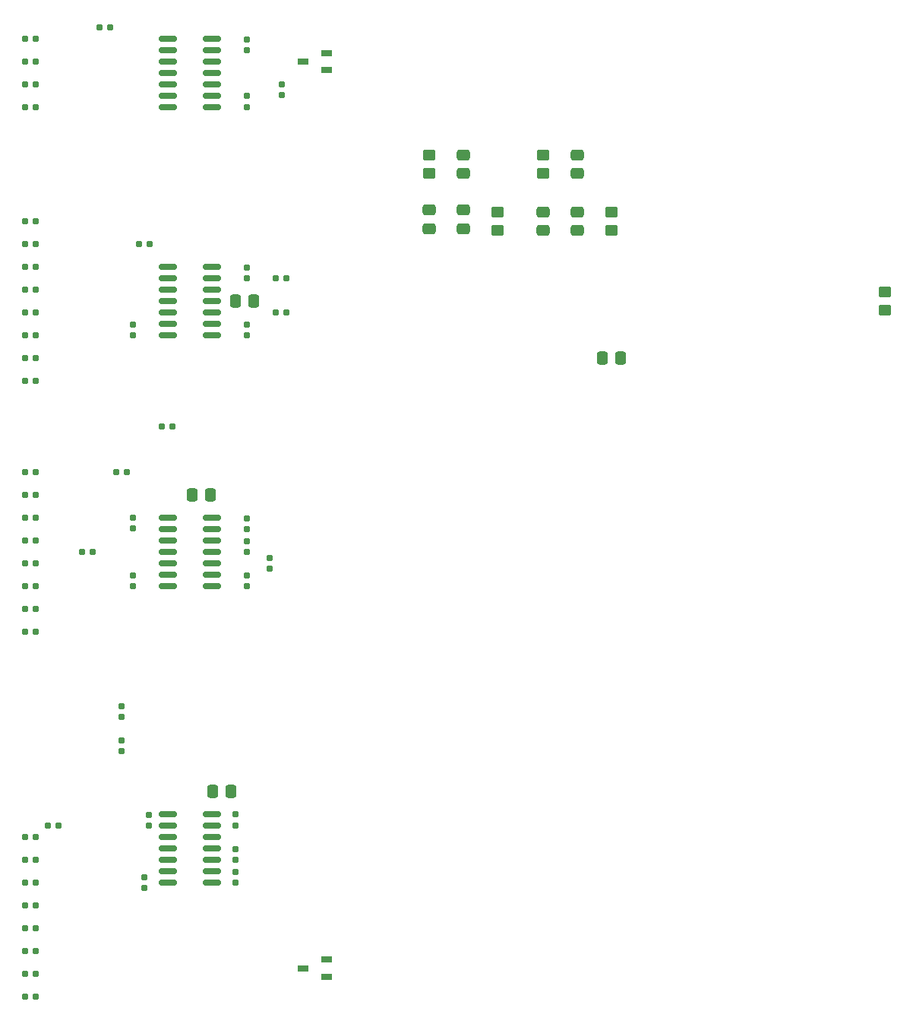
<source format=gbp>
%TF.GenerationSoftware,KiCad,Pcbnew,(6.0.4)*%
%TF.CreationDate,2023-01-14T20:05:48-08:00*%
%TF.ProjectId,fcp-control-pcb,6663702d-636f-46e7-9472-6f6c2d706362,rev?*%
%TF.SameCoordinates,Original*%
%TF.FileFunction,Paste,Bot*%
%TF.FilePolarity,Positive*%
%FSLAX46Y46*%
G04 Gerber Fmt 4.6, Leading zero omitted, Abs format (unit mm)*
G04 Created by KiCad (PCBNEW (6.0.4)) date 2023-01-14 20:05:48*
%MOMM*%
%LPD*%
G01*
G04 APERTURE LIST*
G04 Aperture macros list*
%AMRoundRect*
0 Rectangle with rounded corners*
0 $1 Rounding radius*
0 $2 $3 $4 $5 $6 $7 $8 $9 X,Y pos of 4 corners*
0 Add a 4 corners polygon primitive as box body*
4,1,4,$2,$3,$4,$5,$6,$7,$8,$9,$2,$3,0*
0 Add four circle primitives for the rounded corners*
1,1,$1+$1,$2,$3*
1,1,$1+$1,$4,$5*
1,1,$1+$1,$6,$7*
1,1,$1+$1,$8,$9*
0 Add four rect primitives between the rounded corners*
20,1,$1+$1,$2,$3,$4,$5,0*
20,1,$1+$1,$4,$5,$6,$7,0*
20,1,$1+$1,$6,$7,$8,$9,0*
20,1,$1+$1,$8,$9,$2,$3,0*%
G04 Aperture macros list end*
%ADD10RoundRect,0.150000X0.825000X0.150000X-0.825000X0.150000X-0.825000X-0.150000X0.825000X-0.150000X0*%
%ADD11RoundRect,0.160000X0.197500X0.160000X-0.197500X0.160000X-0.197500X-0.160000X0.197500X-0.160000X0*%
%ADD12RoundRect,0.250000X-0.475000X0.337500X-0.475000X-0.337500X0.475000X-0.337500X0.475000X0.337500X0*%
%ADD13RoundRect,0.250000X0.475000X-0.337500X0.475000X0.337500X-0.475000X0.337500X-0.475000X-0.337500X0*%
%ADD14RoundRect,0.160000X-0.160000X0.197500X-0.160000X-0.197500X0.160000X-0.197500X0.160000X0.197500X0*%
%ADD15RoundRect,0.160000X-0.197500X-0.160000X0.197500X-0.160000X0.197500X0.160000X-0.197500X0.160000X0*%
%ADD16RoundRect,0.160000X0.160000X-0.197500X0.160000X0.197500X-0.160000X0.197500X-0.160000X-0.197500X0*%
%ADD17RoundRect,0.250000X-0.337500X-0.475000X0.337500X-0.475000X0.337500X0.475000X-0.337500X0.475000X0*%
%ADD18RoundRect,0.250000X0.337500X0.475000X-0.337500X0.475000X-0.337500X-0.475000X0.337500X-0.475000X0*%
%ADD19RoundRect,0.250000X0.450000X-0.350000X0.450000X0.350000X-0.450000X0.350000X-0.450000X-0.350000X0*%
%ADD20RoundRect,0.150000X-0.825000X-0.150000X0.825000X-0.150000X0.825000X0.150000X-0.825000X0.150000X0*%
%ADD21RoundRect,0.250000X-0.450000X0.350000X-0.450000X-0.350000X0.450000X-0.350000X0.450000X0.350000X0*%
%ADD22R,1.220000X0.650000*%
G04 APERTURE END LIST*
D10*
%TO.C,U9*%
X85025000Y-59690000D03*
X85025000Y-60960000D03*
X85025000Y-62230000D03*
X85025000Y-63500000D03*
X85025000Y-64770000D03*
X85025000Y-66040000D03*
X85025000Y-67310000D03*
X80075000Y-67310000D03*
X80075000Y-66040000D03*
X80075000Y-64770000D03*
X80075000Y-63500000D03*
X80075000Y-62230000D03*
X80075000Y-60960000D03*
X80075000Y-59690000D03*
%TD*%
D11*
%TO.C,R75*%
X65367500Y-57150000D03*
X64172500Y-57150000D03*
%TD*%
D12*
%TO.C,C7*%
X121920000Y-53572500D03*
X121920000Y-55647500D03*
%TD*%
D11*
%TO.C,R81*%
X65367500Y-72390000D03*
X64172500Y-72390000D03*
%TD*%
%TO.C,R12*%
X65367500Y-128270000D03*
X64172500Y-128270000D03*
%TD*%
D13*
%TO.C,C8*%
X125730000Y-49297500D03*
X125730000Y-47222500D03*
%TD*%
D11*
%TO.C,R77*%
X65367500Y-62230000D03*
X64172500Y-62230000D03*
%TD*%
D14*
%TO.C,R67*%
X76200000Y-87630000D03*
X76200000Y-88825000D03*
%TD*%
D15*
%TO.C,R58*%
X74332500Y-82550000D03*
X75527500Y-82550000D03*
%TD*%
D14*
%TO.C,R68*%
X88900000Y-87679601D03*
X88900000Y-88874601D03*
%TD*%
D16*
%TO.C,R37*%
X87630000Y-128254322D03*
X87630000Y-127059322D03*
%TD*%
D12*
%TO.C,C10*%
X109220000Y-53340000D03*
X109220000Y-55415000D03*
%TD*%
D17*
%TO.C,C21*%
X82782500Y-85090000D03*
X84857500Y-85090000D03*
%TD*%
D11*
%TO.C,R80*%
X65367500Y-69850000D03*
X64172500Y-69850000D03*
%TD*%
%TO.C,R13*%
X65367500Y-130810000D03*
X64172500Y-130810000D03*
%TD*%
%TO.C,R42*%
X65367500Y-82550000D03*
X64172500Y-82550000D03*
%TD*%
%TO.C,R44*%
X65367500Y-87630000D03*
X64172500Y-87630000D03*
%TD*%
D18*
%TO.C,C4*%
X130577500Y-69850000D03*
X128502500Y-69850000D03*
%TD*%
D17*
%TO.C,C15*%
X87630000Y-63500000D03*
X89705000Y-63500000D03*
%TD*%
D11*
%TO.C,R45*%
X65367500Y-90170000D03*
X64172500Y-90170000D03*
%TD*%
%TO.C,R16*%
X65367500Y-138430000D03*
X64172500Y-138430000D03*
%TD*%
%TO.C,R10*%
X65367500Y-123190000D03*
X64172500Y-123190000D03*
%TD*%
D14*
%TO.C,R98*%
X88900000Y-59741582D03*
X88900000Y-60936582D03*
%TD*%
D19*
%TO.C,R5*%
X116840000Y-55610000D03*
X116840000Y-53610000D03*
%TD*%
D16*
%TO.C,R125*%
X88900000Y-41857787D03*
X88900000Y-40662787D03*
%TD*%
D15*
%TO.C,R118*%
X72465000Y-33020000D03*
X73660000Y-33020000D03*
%TD*%
D14*
%TO.C,R63*%
X74930000Y-108622500D03*
X74930000Y-109817500D03*
%TD*%
D20*
%TO.C,U11*%
X80075000Y-41910000D03*
X80075000Y-40640000D03*
X80075000Y-39370000D03*
X80075000Y-38100000D03*
X80075000Y-36830000D03*
X80075000Y-35560000D03*
X80075000Y-34290000D03*
X85025000Y-34290000D03*
X85025000Y-35560000D03*
X85025000Y-36830000D03*
X85025000Y-38100000D03*
X85025000Y-39370000D03*
X85025000Y-40640000D03*
X85025000Y-41910000D03*
%TD*%
D12*
%TO.C,C12*%
X113030000Y-53340000D03*
X113030000Y-55415000D03*
%TD*%
D11*
%TO.C,R17*%
X65367500Y-140970000D03*
X64172500Y-140970000D03*
%TD*%
D20*
%TO.C,U7*%
X80075000Y-95250000D03*
X80075000Y-93980000D03*
X80075000Y-92710000D03*
X80075000Y-91440000D03*
X80075000Y-90170000D03*
X80075000Y-88900000D03*
X80075000Y-87630000D03*
X85025000Y-87630000D03*
X85025000Y-88900000D03*
X85025000Y-90170000D03*
X85025000Y-91440000D03*
X85025000Y-92710000D03*
X85025000Y-93980000D03*
X85025000Y-95250000D03*
%TD*%
D14*
%TO.C,R119*%
X92766330Y-39364622D03*
X92766330Y-40559622D03*
%TD*%
D11*
%TO.C,R106*%
X65367500Y-34290000D03*
X64172500Y-34290000D03*
%TD*%
D16*
%TO.C,R66*%
X76200000Y-95230339D03*
X76200000Y-94035339D03*
%TD*%
D11*
%TO.C,R79*%
X65367500Y-67310000D03*
X64172500Y-67310000D03*
%TD*%
D15*
%TO.C,R91*%
X92112500Y-64770000D03*
X93307500Y-64770000D03*
%TD*%
D16*
%TO.C,R100*%
X76200000Y-67310000D03*
X76200000Y-66115000D03*
%TD*%
D14*
%TO.C,R36*%
X87642654Y-120671789D03*
X87642654Y-121866789D03*
%TD*%
D11*
%TO.C,R48*%
X65367500Y-97790000D03*
X64172500Y-97790000D03*
%TD*%
D14*
%TO.C,R64*%
X74930000Y-112432500D03*
X74930000Y-113627500D03*
%TD*%
D19*
%TO.C,R4*%
X121920000Y-49260000D03*
X121920000Y-47260000D03*
%TD*%
D14*
%TO.C,R60*%
X88900000Y-90207815D03*
X88900000Y-91402815D03*
%TD*%
D11*
%TO.C,R109*%
X65367500Y-41910000D03*
X64172500Y-41910000D03*
%TD*%
D21*
%TO.C,R2*%
X160020000Y-62500000D03*
X160020000Y-64500000D03*
%TD*%
D16*
%TO.C,R61*%
X91440000Y-93307500D03*
X91440000Y-92112500D03*
%TD*%
D11*
%TO.C,R43*%
X65367500Y-85090000D03*
X64172500Y-85090000D03*
%TD*%
D20*
%TO.C,U5*%
X80075000Y-128270000D03*
X80075000Y-127000000D03*
X80075000Y-125730000D03*
X80075000Y-124460000D03*
X80075000Y-123190000D03*
X80075000Y-121920000D03*
X80075000Y-120650000D03*
X85025000Y-120650000D03*
X85025000Y-121920000D03*
X85025000Y-123190000D03*
X85025000Y-124460000D03*
X85025000Y-125730000D03*
X85025000Y-127000000D03*
X85025000Y-128270000D03*
%TD*%
D22*
%TO.C,D2*%
X97830000Y-37780000D03*
X95210000Y-36830000D03*
X97830000Y-35880000D03*
%TD*%
D15*
%TO.C,R96*%
X79412500Y-77470000D03*
X80607500Y-77470000D03*
%TD*%
D11*
%TO.C,R15*%
X65367500Y-135890000D03*
X64172500Y-135890000D03*
%TD*%
D16*
%TO.C,R99*%
X88900000Y-67283035D03*
X88900000Y-66088035D03*
%TD*%
D11*
%TO.C,R49*%
X65367500Y-100330000D03*
X64172500Y-100330000D03*
%TD*%
D13*
%TO.C,C11*%
X113030000Y-49297500D03*
X113030000Y-47222500D03*
%TD*%
D15*
%TO.C,R26*%
X66712500Y-121920000D03*
X67907500Y-121920000D03*
%TD*%
D14*
%TO.C,R124*%
X88900000Y-34319940D03*
X88900000Y-35514940D03*
%TD*%
D15*
%TO.C,R90*%
X92112500Y-60960000D03*
X93307500Y-60960000D03*
%TD*%
D11*
%TO.C,R78*%
X65367500Y-64770000D03*
X64172500Y-64770000D03*
%TD*%
%TO.C,R101*%
X78067500Y-57150000D03*
X76872500Y-57150000D03*
%TD*%
%TO.C,R14*%
X65367500Y-133350000D03*
X64172500Y-133350000D03*
%TD*%
D19*
%TO.C,R6*%
X109220000Y-49260000D03*
X109220000Y-47260000D03*
%TD*%
D11*
%TO.C,R59*%
X71717500Y-91440000D03*
X70522500Y-91440000D03*
%TD*%
D17*
%TO.C,C13*%
X85090000Y-118110000D03*
X87165000Y-118110000D03*
%TD*%
D11*
%TO.C,R46*%
X65367500Y-92710000D03*
X64172500Y-92710000D03*
%TD*%
D16*
%TO.C,R29*%
X87642510Y-125714466D03*
X87642510Y-124519466D03*
%TD*%
D14*
%TO.C,R35*%
X77970435Y-120688614D03*
X77970435Y-121883614D03*
%TD*%
D11*
%TO.C,R11*%
X65367500Y-125730000D03*
X64172500Y-125730000D03*
%TD*%
%TO.C,R47*%
X65367500Y-95250000D03*
X64172500Y-95250000D03*
%TD*%
D12*
%TO.C,C9*%
X125730000Y-53572500D03*
X125730000Y-55647500D03*
%TD*%
D16*
%TO.C,R34*%
X77470000Y-128867500D03*
X77470000Y-127672500D03*
%TD*%
D11*
%TO.C,R107*%
X65367500Y-36830000D03*
X64172500Y-36830000D03*
%TD*%
%TO.C,R76*%
X65367500Y-59690000D03*
X64172500Y-59690000D03*
%TD*%
D19*
%TO.C,R3*%
X129540000Y-55610000D03*
X129540000Y-53610000D03*
%TD*%
D22*
%TO.C,D1*%
X97830000Y-138745000D03*
X95210000Y-137795000D03*
X97830000Y-136845000D03*
%TD*%
D16*
%TO.C,R69*%
X88900000Y-95218327D03*
X88900000Y-94023327D03*
%TD*%
D11*
%TO.C,R108*%
X65367500Y-39370000D03*
X64172500Y-39370000D03*
%TD*%
%TO.C,R74*%
X65367500Y-54610000D03*
X64172500Y-54610000D03*
%TD*%
M02*

</source>
